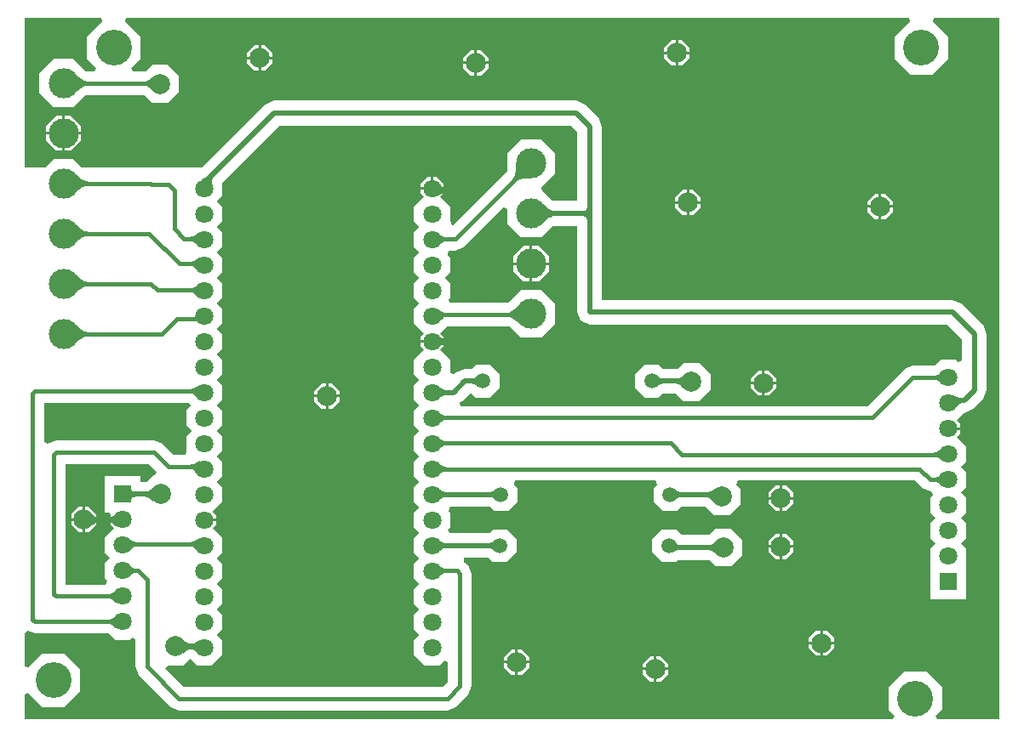
<source format=gbl>
G04*
G04 #@! TF.GenerationSoftware,Altium Limited,Altium Designer,25.3.3 (18)*
G04*
G04 Layer_Physical_Order=2*
G04 Layer_Color=16711680*
%FSLAX44Y44*%
%MOMM*%
G71*
G04*
G04 #@! TF.SameCoordinates,66C2ACA9-6224-4F19-AAD4-62AA9E2CECE1*
G04*
G04*
G04 #@! TF.FilePolarity,Positive*
G04*
G01*
G75*
%ADD18C,0.5080*%
%ADD19C,0.3810*%
%ADD20C,1.8000*%
%ADD21C,1.5000*%
%ADD22C,3.5560*%
%ADD23R,1.8000X1.8000*%
%ADD24C,2.0000*%
%ADD25C,3.0000*%
G36*
X981003Y10997D02*
X918692D01*
X917234Y14517D01*
X923670Y20953D01*
Y43047D01*
X908047Y58670D01*
X885953D01*
X870330Y43047D01*
Y20953D01*
X876766Y14517D01*
X875308Y10997D01*
X10997D01*
Y35898D01*
X14807Y37476D01*
X28953Y23330D01*
X51047D01*
X66670Y38953D01*
Y61047D01*
X51047Y76670D01*
X28953D01*
X14807Y62524D01*
X10997Y64102D01*
Y97072D01*
X14807Y99317D01*
X21232Y96656D01*
X94884D01*
X101090Y90450D01*
X115910D01*
X117796Y92335D01*
X121316Y90877D01*
Y63520D01*
X124738Y55258D01*
X156508Y23488D01*
X164770Y20066D01*
X431750D01*
X440012Y23488D01*
X452262Y35738D01*
X455684Y44000D01*
Y156140D01*
X452262Y164402D01*
X449262Y167402D01*
X447775Y168018D01*
X448532Y171828D01*
X472993D01*
X477211Y167610D01*
X490789D01*
X500390Y177211D01*
Y190789D01*
X490789Y200390D01*
X477211D01*
X473393Y196572D01*
X433960D01*
X432382Y200382D01*
X434390Y202390D01*
Y217210D01*
X432682Y218918D01*
X434260Y222728D01*
X474093D01*
X478211Y218610D01*
X491789D01*
X501390Y228211D01*
Y241789D01*
X497783Y245396D01*
X499241Y248916D01*
X638759D01*
X640217Y245396D01*
X636610Y241789D01*
Y228211D01*
X646211Y218610D01*
X659789D01*
X663807Y222628D01*
X688407D01*
X696675Y214360D01*
X712325D01*
X723390Y225425D01*
Y241075D01*
X719069Y245396D01*
X720527Y248916D01*
X896690D01*
X903867Y241738D01*
X912130Y238316D01*
X913027D01*
X914605Y234506D01*
X912110Y232010D01*
Y217190D01*
X917400Y211900D01*
X912110Y206610D01*
Y191790D01*
X917400Y186500D01*
X912110Y181210D01*
Y170100D01*
X912110Y166390D01*
X912110Y166290D01*
X912110Y166290D01*
Y130510D01*
X947890D01*
Y166290D01*
X947890Y166290D01*
X947890Y166390D01*
X947890Y170100D01*
Y181210D01*
X942600Y186500D01*
X947890Y191790D01*
Y206610D01*
X942600Y211900D01*
X947890Y217190D01*
Y232010D01*
X942600Y237300D01*
X947890Y242590D01*
Y257410D01*
X942600Y262700D01*
X947890Y267990D01*
Y282810D01*
X938110Y292590D01*
X941540Y296020D01*
Y299530D01*
X930000D01*
Y302070D01*
X941540D01*
Y305580D01*
X938110Y309010D01*
X945401Y316300D01*
X945696D01*
X954445Y319924D01*
X964748Y330228D01*
X968372Y338976D01*
Y395000D01*
X968372Y395000D01*
X964748Y403748D01*
X942998Y425498D01*
X934250Y429122D01*
X585692D01*
Y515000D01*
Y601680D01*
X585692Y601680D01*
X582068Y610428D01*
X568748Y623748D01*
X560000Y627372D01*
X259560D01*
X259560Y627372D01*
X250812Y623748D01*
X187452Y560388D01*
X183642Y561090D01*
Y561090D01*
X67696D01*
X59896Y568890D01*
X40104D01*
X32304Y561090D01*
X10997D01*
Y710003D01*
X87801D01*
X88476Y706193D01*
X73330Y691047D01*
Y668953D01*
X82578Y659704D01*
X81121Y656184D01*
X72601D01*
X59896Y668890D01*
X40104D01*
X26110Y654895D01*
Y635104D01*
X40104Y621110D01*
X59896D01*
X71601Y632816D01*
X130470D01*
X138175Y625110D01*
X153825D01*
X164890Y636175D01*
Y651824D01*
X153825Y662890D01*
X138175D01*
X131470Y656184D01*
X118879D01*
X117422Y659704D01*
X126670Y668953D01*
Y691047D01*
X111524Y706193D01*
X112199Y710003D01*
X890801D01*
X891476Y706193D01*
X876330Y691047D01*
Y668953D01*
X891953Y653330D01*
X914047D01*
X929670Y668953D01*
Y691047D01*
X914524Y706193D01*
X915199Y710003D01*
X981003D01*
X981003Y10997D01*
D02*
G37*
G36*
X138518Y637366D02*
X137599Y638359D01*
X135813Y640033D01*
X134945Y640713D01*
X134095Y641288D01*
X133261Y641758D01*
X132445Y642124D01*
X131646Y642386D01*
X130864Y642543D01*
X130099Y642595D01*
X130294Y646405D01*
X131025Y646454D01*
X131792Y646603D01*
X132595Y646850D01*
X133434Y647196D01*
X134309Y647641D01*
X135219Y648185D01*
X136165Y648827D01*
X138164Y650409D01*
X139218Y651348D01*
X138518Y637366D01*
D02*
G37*
G36*
X62626Y653478D02*
X65578Y650684D01*
X66960Y649548D01*
X68279Y648588D01*
X69535Y647802D01*
X70729Y647191D01*
X71860Y646754D01*
X72928Y646492D01*
X73934Y646405D01*
X73806Y642595D01*
X72843Y642511D01*
X71796Y642257D01*
X70664Y641835D01*
X69446Y641244D01*
X68144Y640483D01*
X66756Y639554D01*
X63726Y637189D01*
X62084Y635754D01*
X60356Y634149D01*
X61056Y655137D01*
X62626Y653478D01*
D02*
G37*
G36*
X514850Y550001D02*
X512530Y549990D01*
X506611Y549541D01*
X504986Y549253D01*
X503534Y548895D01*
X502256Y548467D01*
X501151Y547971D01*
X500220Y547404D01*
X499462Y546768D01*
X496768Y549462D01*
X497404Y550220D01*
X497971Y551151D01*
X498467Y552255D01*
X498895Y553534D01*
X499253Y554986D01*
X499541Y556611D01*
X499760Y558410D01*
X499990Y562530D01*
X500001Y564850D01*
X514850Y550001D01*
D02*
G37*
G36*
X199191Y551039D02*
X198629Y550417D01*
X198168Y549776D01*
X197808Y549114D01*
X197548Y548433D01*
X197388Y547732D01*
X197329Y547011D01*
X197370Y546270D01*
X197512Y545509D01*
X197755Y544728D01*
X198098Y543928D01*
X186353Y548228D01*
X187346Y548681D01*
X190765Y550507D01*
X191480Y550967D01*
X192744Y551890D01*
X193293Y552354D01*
X193786Y552818D01*
X199191Y551039D01*
D02*
G37*
G36*
X62360Y553867D02*
X66863Y549999D01*
X68216Y549054D01*
X69496Y548280D01*
X70702Y547679D01*
X71835Y547249D01*
X72893Y546991D01*
X73878Y546905D01*
Y543095D01*
X72893Y543009D01*
X71835Y542751D01*
X70702Y542321D01*
X69496Y541720D01*
X68216Y540946D01*
X66863Y540001D01*
X65436Y538884D01*
X62360Y536133D01*
X60712Y534500D01*
Y555500D01*
X62360Y553867D01*
D02*
G37*
G36*
X560948Y596555D02*
Y527372D01*
X536414D01*
X526020Y537766D01*
X525269Y540000D01*
X526020Y542234D01*
X538890Y555104D01*
Y574896D01*
X524896Y588890D01*
X505104D01*
X491110Y574896D01*
Y557634D01*
X436789Y503313D01*
X436049Y503460D01*
X434390Y507190D01*
Y522010D01*
X424610Y531790D01*
X428040Y535220D01*
Y535430D01*
X427842Y535382D01*
X427060Y535138D01*
X426213Y534825D01*
X424327Y533989D01*
X422183Y532876D01*
X421015Y532214D01*
X422817Y538730D01*
X404960D01*
Y535220D01*
X408390Y531790D01*
X398610Y522010D01*
Y507190D01*
X403900Y501900D01*
X398610Y496610D01*
Y481790D01*
X403900Y476500D01*
X398610Y471210D01*
Y456390D01*
X403900Y451100D01*
X398610Y445810D01*
Y430990D01*
X403900Y425700D01*
X398610Y420410D01*
Y405590D01*
X408390Y395810D01*
X404960Y392380D01*
Y388870D01*
X422908D01*
X422828Y393999D01*
X423699Y393172D01*
X425383Y391779D01*
X426196Y391213D01*
X426989Y390733D01*
X427763Y390342D01*
X428040Y390230D01*
Y392380D01*
X424610Y395810D01*
X431186Y402386D01*
X493829D01*
X505104Y391110D01*
X524896D01*
X538890Y405104D01*
Y424896D01*
X524896Y438890D01*
X505104D01*
X491969Y425754D01*
X434133D01*
X432675Y429274D01*
X434390Y430990D01*
Y445810D01*
X429100Y451100D01*
X434390Y456390D01*
Y471210D01*
X431755Y473846D01*
X433333Y477656D01*
X439340D01*
X447602Y481078D01*
X487590Y521066D01*
X491110Y519608D01*
Y505104D01*
X505104Y491110D01*
X524896D01*
X536414Y502628D01*
X560948D01*
Y416750D01*
X564572Y408002D01*
X573320Y404378D01*
X929125D01*
X943628Y389875D01*
Y368250D01*
X940108Y366792D01*
X937410Y369490D01*
X922590D01*
X916384Y363284D01*
X894600D01*
X886338Y359862D01*
X849700Y323224D01*
X444850D01*
X444092Y327034D01*
X446548Y328052D01*
X454124Y335628D01*
X456193D01*
X460211Y331610D01*
X473789D01*
X483390Y341211D01*
Y354789D01*
X473789Y364390D01*
X460211D01*
X456193Y360372D01*
X449000D01*
X440252Y356748D01*
X438134Y354630D01*
X434390Y356274D01*
Y369610D01*
X424610Y379390D01*
X428040Y382820D01*
Y385217D01*
X427819Y385126D01*
X427056Y384726D01*
X426279Y384239D01*
X425487Y383662D01*
X424681Y382997D01*
X423860Y382243D01*
X423024Y381401D01*
X422948Y386330D01*
X404960D01*
Y382820D01*
X408390Y379390D01*
X398610Y369610D01*
Y354790D01*
X403900Y349500D01*
X398610Y344210D01*
Y329390D01*
X403900Y324100D01*
X398610Y318810D01*
Y303990D01*
X403900Y298700D01*
X398610Y293410D01*
Y278590D01*
X403900Y273300D01*
X398610Y268010D01*
Y253190D01*
X403900Y247900D01*
X398610Y242610D01*
Y227790D01*
X403900Y222500D01*
X398610Y217210D01*
Y202390D01*
X403900Y197100D01*
X398610Y191810D01*
Y176990D01*
X403900Y171700D01*
X398610Y166410D01*
Y151590D01*
X403900Y146300D01*
X398610Y141010D01*
Y126190D01*
X403900Y120900D01*
X398610Y115610D01*
Y100790D01*
X403900Y95500D01*
X398610Y90210D01*
Y75390D01*
X409090Y64910D01*
X423910D01*
X428796Y69795D01*
X432316Y68337D01*
Y48840D01*
X426910Y43434D01*
X169610D01*
X150835Y62210D01*
X153503Y64930D01*
X169114D01*
X175633Y71448D01*
X176052D01*
X182590Y64910D01*
X197410D01*
X207890Y75390D01*
Y90210D01*
X202600Y95500D01*
X207890Y100790D01*
Y115610D01*
X202600Y120900D01*
X207890Y126190D01*
Y141010D01*
X202600Y146300D01*
X207890Y151590D01*
Y166410D01*
X202600Y171700D01*
X207890Y176990D01*
Y191810D01*
X198110Y201590D01*
X201540Y205020D01*
Y208530D01*
X190000D01*
Y211070D01*
X201540D01*
Y214580D01*
X198110Y218010D01*
X207890Y227790D01*
Y242610D01*
X202600Y247900D01*
X207890Y253190D01*
Y268010D01*
X202600Y273300D01*
X207890Y278590D01*
Y293410D01*
X202600Y298700D01*
X207890Y303990D01*
Y318810D01*
X202600Y324100D01*
X207890Y329390D01*
Y344210D01*
X202600Y349500D01*
X207890Y354790D01*
Y369610D01*
X202600Y374900D01*
X207890Y380190D01*
Y395010D01*
X202600Y400300D01*
X207890Y405590D01*
Y420410D01*
X202600Y425700D01*
X207890Y430990D01*
Y445810D01*
X202600Y451100D01*
X207890Y456390D01*
Y471210D01*
X202600Y476500D01*
X207890Y481790D01*
Y496610D01*
X202600Y501900D01*
X207890Y507190D01*
Y522010D01*
X202600Y527300D01*
X207890Y532590D01*
Y545834D01*
X264685Y602628D01*
X554875D01*
X560948Y596555D01*
D02*
G37*
G36*
X575860Y515000D02*
X570780Y507380D01*
Y507380D01*
X570780Y507380D01*
X570729Y508345D01*
X570577Y509209D01*
X570323Y509971D01*
X569967Y510631D01*
X569510Y511190D01*
X568951Y511647D01*
X568291Y512003D01*
X567529Y512257D01*
X566665Y512409D01*
X565700Y512460D01*
Y517540D01*
X565700D01*
Y517540D01*
X566665Y517591D01*
X567529Y517743D01*
X568291Y517997D01*
X568951Y518353D01*
X569510Y518810D01*
X569967Y519369D01*
X570323Y520029D01*
X570577Y520791D01*
X570729Y521655D01*
X570780Y522620D01*
X570780Y522620D01*
Y522620D01*
X575860Y515000D01*
D02*
G37*
G36*
X527247Y523988D02*
X530166Y521440D01*
X531549Y520406D01*
X532881Y519530D01*
X534163Y518814D01*
X535394Y518256D01*
X536575Y517858D01*
X537704Y517620D01*
X538783Y517540D01*
Y512460D01*
X537704Y512380D01*
X536575Y512142D01*
X535394Y511744D01*
X534163Y511186D01*
X532881Y510470D01*
X531549Y509594D01*
X530166Y508560D01*
X527247Y506012D01*
X525712Y504500D01*
Y525500D01*
X527247Y523988D01*
D02*
G37*
G36*
X62360Y503867D02*
X66863Y499999D01*
X68216Y499054D01*
X69496Y498280D01*
X70702Y497679D01*
X71835Y497249D01*
X72893Y496991D01*
X73878Y496905D01*
Y493095D01*
X72893Y493009D01*
X71835Y492751D01*
X70702Y492321D01*
X69496Y491720D01*
X68216Y490946D01*
X66863Y490001D01*
X65436Y488884D01*
X62360Y486133D01*
X60712Y484500D01*
Y505500D01*
X62360Y503867D01*
D02*
G37*
G36*
X183038Y483496D02*
X182286Y484370D01*
X181538Y485152D01*
X180792Y485842D01*
X180051Y486440D01*
X179312Y486945D01*
X178577Y487359D01*
X177844Y487681D01*
X177116Y487911D01*
X176390Y488049D01*
X175668Y488095D01*
X176016Y491905D01*
X176689Y491946D01*
X177394Y492071D01*
X178130Y492278D01*
X178897Y492568D01*
X179696Y492940D01*
X180526Y493396D01*
X181387Y493934D01*
X183203Y495260D01*
X184158Y496046D01*
X183038Y483496D01*
D02*
G37*
G36*
X423699Y494772D02*
X425383Y493379D01*
X426196Y492812D01*
X426989Y492333D01*
X427763Y491942D01*
X428517Y491637D01*
X429253Y491419D01*
X429968Y491288D01*
X430665Y491245D01*
X430725Y487435D01*
X430020Y487391D01*
X429301Y487258D01*
X428567Y487036D01*
X427819Y486726D01*
X427056Y486326D01*
X426279Y485839D01*
X425487Y485262D01*
X424681Y484597D01*
X423860Y483843D01*
X423024Y483001D01*
X422828Y495599D01*
X423699Y494772D01*
D02*
G37*
G36*
X182790Y458413D02*
X182089Y459303D01*
X181384Y460099D01*
X180676Y460801D01*
X179965Y461410D01*
X179251Y461925D01*
X178533Y462346D01*
X177811Y462674D01*
X177087Y462908D01*
X176359Y463048D01*
X175628Y463095D01*
X176153Y466905D01*
X176809Y466945D01*
X177505Y467065D01*
X178240Y467265D01*
X179013Y467544D01*
X179825Y467904D01*
X180676Y468344D01*
X182496Y469462D01*
X183463Y470141D01*
X184470Y470901D01*
X182790Y458413D01*
D02*
G37*
G36*
X62360Y453867D02*
X66863Y449999D01*
X68216Y449054D01*
X69496Y448280D01*
X70702Y447679D01*
X71835Y447249D01*
X72893Y446991D01*
X73878Y446905D01*
Y443095D01*
X72893Y443009D01*
X71835Y442751D01*
X70702Y442321D01*
X69496Y441720D01*
X68216Y440946D01*
X66863Y440001D01*
X65436Y438884D01*
X62360Y436133D01*
X60712Y434500D01*
Y455500D01*
X62360Y453867D01*
D02*
G37*
G36*
X183475Y432201D02*
X182640Y433043D01*
X181013Y434462D01*
X180221Y435039D01*
X179444Y435526D01*
X178681Y435925D01*
X177933Y436236D01*
X177199Y436458D01*
X176479Y436591D01*
X175775Y436635D01*
X175835Y440445D01*
X176532Y440489D01*
X177248Y440619D01*
X177983Y440837D01*
X178737Y441142D01*
X179511Y441534D01*
X180304Y442012D01*
X181117Y442579D01*
X181949Y443232D01*
X183671Y444799D01*
X183475Y432201D01*
D02*
G37*
G36*
X423123Y419251D02*
X424993Y417957D01*
X425874Y417431D01*
X426718Y416986D01*
X427526Y416622D01*
X428298Y416339D01*
X429033Y416137D01*
X429732Y416015D01*
X430394Y415975D01*
X430861Y412165D01*
X430133Y412118D01*
X429406Y411979D01*
X428680Y411746D01*
X427955Y411420D01*
X427231Y411001D01*
X426509Y410489D01*
X425787Y409883D01*
X425067Y409185D01*
X424348Y408394D01*
X423631Y407509D01*
X422133Y420019D01*
X423123Y419251D01*
D02*
G37*
G36*
X504959Y403856D02*
X503163Y405435D01*
X498343Y409174D01*
X496926Y410088D01*
X495605Y410836D01*
X494379Y411417D01*
X493247Y411833D01*
X492211Y412082D01*
X491270Y412165D01*
X491032Y415975D01*
X492053Y416063D01*
X493129Y416329D01*
X494258Y416771D01*
X495440Y417389D01*
X496676Y418185D01*
X497965Y419158D01*
X499308Y420307D01*
X502154Y423136D01*
X503657Y424816D01*
X504959Y403856D01*
D02*
G37*
G36*
X62360Y403867D02*
X66863Y399999D01*
X68216Y399054D01*
X69496Y398280D01*
X70702Y397679D01*
X71835Y397249D01*
X72893Y396991D01*
X73878Y396905D01*
Y393095D01*
X72893Y393009D01*
X71835Y392751D01*
X70702Y392322D01*
X69496Y391720D01*
X68216Y390946D01*
X66863Y390001D01*
X65436Y388884D01*
X62360Y386133D01*
X60712Y384500D01*
Y405500D01*
X62360Y403867D01*
D02*
G37*
G36*
X923573Y345300D02*
X922720Y346135D01*
X921064Y347542D01*
X920262Y348113D01*
X919476Y348596D01*
X918708Y348992D01*
X917957Y349300D01*
X917222Y349519D01*
X916505Y349651D01*
X915804Y349695D01*
Y353505D01*
X916505Y353549D01*
X917222Y353681D01*
X917957Y353901D01*
X918708Y354208D01*
X919476Y354604D01*
X920262Y355087D01*
X921064Y355658D01*
X921883Y356318D01*
X923573Y357900D01*
Y345300D01*
D02*
G37*
G36*
X461644Y342750D02*
X461104Y343265D01*
X460546Y343726D01*
X459970Y344132D01*
X459377Y344484D01*
X458766Y344782D01*
X458137Y345026D01*
X457490Y345216D01*
X456825Y345352D01*
X456143Y345433D01*
X455443Y345460D01*
Y350540D01*
X456143Y350567D01*
X456825Y350648D01*
X457490Y350784D01*
X458137Y350974D01*
X458766Y351217D01*
X459377Y351516D01*
X459970Y351868D01*
X460546Y352274D01*
X461104Y352735D01*
X461644Y353250D01*
Y342750D01*
D02*
G37*
G36*
X182665Y331585D02*
X181991Y332482D01*
X181309Y333284D01*
X180621Y333992D01*
X179926Y334606D01*
X179224Y335125D01*
X178516Y335550D01*
X177800Y335880D01*
X177078Y336116D01*
X176349Y336258D01*
X175614Y336305D01*
X176233Y340115D01*
X176880Y340154D01*
X177570Y340272D01*
X178303Y340467D01*
X179079Y340741D01*
X179898Y341093D01*
X180760Y341524D01*
X182614Y342620D01*
X183605Y343285D01*
X184639Y344029D01*
X182665Y331585D01*
D02*
G37*
G36*
X423667Y342386D02*
X424411Y341746D01*
X425160Y341182D01*
X425913Y340694D01*
X426672Y340280D01*
X427435Y339942D01*
X428203Y339678D01*
X428975Y339490D01*
X429752Y339378D01*
X430534Y339340D01*
Y334260D01*
X429752Y334222D01*
X428975Y334110D01*
X428203Y333922D01*
X427435Y333658D01*
X426672Y333320D01*
X425913Y332906D01*
X425160Y332418D01*
X424411Y331854D01*
X423667Y331214D01*
X422927Y330500D01*
Y343100D01*
X423667Y342386D01*
D02*
G37*
G36*
X935423Y333489D02*
X938170Y332224D01*
X939027Y331915D01*
X940654Y331465D01*
X941423Y331325D01*
X942164Y331240D01*
X942875Y331212D01*
X944400Y326132D01*
X943579Y326090D01*
X942797Y325963D01*
X942053Y325752D01*
X941347Y325456D01*
X940679Y325076D01*
X940049Y324611D01*
X939457Y324062D01*
X938904Y323429D01*
X938388Y322710D01*
X937911Y321908D01*
X934450Y334023D01*
X935423Y333489D01*
D02*
G37*
G36*
X423699Y316972D02*
X425383Y315579D01*
X426196Y315012D01*
X426989Y314534D01*
X427763Y314142D01*
X428517Y313837D01*
X429253Y313619D01*
X429968Y313489D01*
X430665Y313445D01*
X430725Y309635D01*
X430020Y309591D01*
X429301Y309458D01*
X428567Y309236D01*
X427819Y308925D01*
X427056Y308526D01*
X426279Y308039D01*
X425487Y307462D01*
X424681Y306797D01*
X423860Y306043D01*
X423024Y305201D01*
X422828Y317799D01*
X423699Y316972D01*
D02*
G37*
G36*
Y291572D02*
X425383Y290179D01*
X426196Y289613D01*
X426989Y289133D01*
X427763Y288742D01*
X428517Y288437D01*
X429253Y288219D01*
X429968Y288088D01*
X430665Y288045D01*
X430725Y284235D01*
X430020Y284191D01*
X429301Y284058D01*
X428567Y283836D01*
X427819Y283526D01*
X427056Y283126D01*
X426279Y282639D01*
X425487Y282062D01*
X424681Y281397D01*
X423860Y280643D01*
X423024Y279801D01*
X422828Y292399D01*
X423699Y291572D01*
D02*
G37*
G36*
X176751Y323452D02*
X172110Y318810D01*
Y303990D01*
X177400Y298700D01*
X172110Y293410D01*
Y278590D01*
X172495Y278204D01*
X171037Y274684D01*
X158840D01*
X148262Y285262D01*
X140000Y288684D01*
X42232D01*
X34494Y285480D01*
X32306Y286327D01*
X30684Y287365D01*
Y326526D01*
X174437D01*
X176751Y323452D01*
D02*
G37*
G36*
X923859Y268821D02*
X922955Y269633D01*
X921219Y271001D01*
X920387Y271556D01*
X919579Y272026D01*
X918796Y272411D01*
X918036Y272710D01*
X917300Y272924D01*
X916588Y273052D01*
X915900Y273095D01*
X915727Y276905D01*
X916439Y276950D01*
X917161Y277085D01*
X917893Y277310D01*
X918635Y277626D01*
X919387Y278031D01*
X920150Y278526D01*
X920922Y279111D01*
X921704Y279787D01*
X922497Y280553D01*
X923299Y281408D01*
X923859Y268821D01*
D02*
G37*
G36*
X182125Y256242D02*
X181577Y257164D01*
X181006Y257989D01*
X180411Y258717D01*
X179794Y259348D01*
X179155Y259882D01*
X178492Y260319D01*
X177807Y260658D01*
X177099Y260901D01*
X176367Y261047D01*
X175614Y261095D01*
X176696Y264905D01*
X177286Y264940D01*
X177939Y265044D01*
X178658Y265218D01*
X179440Y265462D01*
X180287Y265775D01*
X182173Y266611D01*
X184317Y267724D01*
X185485Y268386D01*
X182125Y256242D01*
D02*
G37*
G36*
X423780Y266065D02*
X425436Y264659D01*
X426238Y264087D01*
X427024Y263604D01*
X427792Y263208D01*
X428543Y262901D01*
X429278Y262681D01*
X429995Y262549D01*
X430696Y262505D01*
Y258695D01*
X429995Y258651D01*
X429278Y258519D01*
X428543Y258300D01*
X427792Y257992D01*
X427024Y257596D01*
X426238Y257113D01*
X425436Y256542D01*
X424617Y255882D01*
X422927Y254300D01*
Y266900D01*
X423780Y266065D01*
D02*
G37*
G36*
X142436Y258040D02*
X140858Y254230D01*
X138776D01*
X132257Y247712D01*
X126390D01*
Y253230D01*
X90610D01*
Y217450D01*
X95829D01*
X96960Y214720D01*
Y212473D01*
X97214Y212577D01*
X97984Y212972D01*
X98771Y213454D01*
X99575Y214024D01*
X100397Y214682D01*
X102094Y216261D01*
X102077Y211210D01*
X108500D01*
Y208670D01*
X102069D01*
X102052Y203661D01*
X101202Y204498D01*
X99553Y205907D01*
X98753Y206480D01*
X97969Y206964D01*
X97202Y207360D01*
X96960Y207460D01*
Y205160D01*
X100390Y201730D01*
X90610Y191950D01*
Y177130D01*
X95900Y171840D01*
X90610Y166550D01*
Y151730D01*
X93105Y149234D01*
X91527Y145424D01*
X51684D01*
Y265316D01*
X135160D01*
X142436Y258040D01*
D02*
G37*
G36*
X923573Y243700D02*
X922720Y244535D01*
X921064Y245942D01*
X920262Y246513D01*
X919476Y246996D01*
X918708Y247392D01*
X917957Y247700D01*
X917222Y247919D01*
X916505Y248051D01*
X915804Y248095D01*
Y251905D01*
X916505Y251949D01*
X917222Y252081D01*
X917957Y252301D01*
X918708Y252608D01*
X919476Y253004D01*
X920262Y253487D01*
X921064Y254058D01*
X921883Y254718D01*
X923573Y256300D01*
Y243700D01*
D02*
G37*
G36*
X117496Y239937D02*
X117653Y239506D01*
X117912Y239125D01*
X118271Y238794D01*
X118732Y238515D01*
X119293Y238286D01*
X119956Y238109D01*
X120719Y237982D01*
X121584Y237905D01*
X122549Y237880D01*
Y232800D01*
X121584Y232775D01*
X120719Y232698D01*
X119956Y232571D01*
X119293Y232394D01*
X118732Y232165D01*
X118271Y231886D01*
X117912Y231555D01*
X117653Y231174D01*
X117496Y230743D01*
X117439Y230260D01*
Y240420D01*
X117496Y239937D01*
D02*
G37*
G36*
X479574Y229822D02*
X479042Y230342D01*
X478492Y230808D01*
X477922Y231218D01*
X477333Y231574D01*
X476726Y231875D01*
X476100Y232122D01*
X475455Y232314D01*
X474792Y232451D01*
X474109Y232533D01*
X473408Y232560D01*
X473480Y237640D01*
X474179Y237667D01*
X474861Y237747D01*
X475526Y237881D01*
X476175Y238069D01*
X476806Y238310D01*
X477421Y238605D01*
X478020Y238954D01*
X478601Y239356D01*
X479166Y239812D01*
X479714Y240321D01*
X479574Y229822D01*
D02*
G37*
G36*
X658896Y239735D02*
X659454Y239274D01*
X660030Y238868D01*
X660623Y238516D01*
X661234Y238218D01*
X661863Y237974D01*
X662510Y237784D01*
X663175Y237648D01*
X663857Y237567D01*
X664557Y237540D01*
Y232460D01*
X663857Y232433D01*
X663175Y232352D01*
X662510Y232216D01*
X661863Y232026D01*
X661234Y231782D01*
X660623Y231484D01*
X660030Y231132D01*
X659454Y230726D01*
X658896Y230265D01*
X658356Y229750D01*
Y240250D01*
X658896Y239735D01*
D02*
G37*
G36*
X423726Y240709D02*
X424462Y240065D01*
X425203Y239496D01*
X425951Y239004D01*
X426704Y238587D01*
X427464Y238246D01*
X428229Y237981D01*
X429001Y237792D01*
X429779Y237678D01*
X430563Y237640D01*
X430504Y232560D01*
X429724Y232523D01*
X428948Y232411D01*
X428175Y232224D01*
X427405Y231963D01*
X426638Y231627D01*
X425875Y231217D01*
X425116Y230732D01*
X424359Y230172D01*
X423606Y229538D01*
X422857Y228829D01*
X422997Y241428D01*
X423726Y240709D01*
D02*
G37*
G36*
X139459Y228340D02*
X138586Y229187D01*
X137718Y229946D01*
X136855Y230615D01*
X135995Y231194D01*
X135140Y231685D01*
X134289Y232086D01*
X133442Y232399D01*
X132600Y232622D01*
X131762Y232755D01*
X130928Y232800D01*
Y237880D01*
X131762Y237925D01*
X132600Y238058D01*
X133442Y238281D01*
X134289Y238594D01*
X135140Y238995D01*
X135995Y239486D01*
X136855Y240065D01*
X137718Y240734D01*
X138586Y241493D01*
X139459Y242340D01*
Y228340D01*
D02*
G37*
G36*
X696244Y227608D02*
X695570Y228530D01*
X694874Y229355D01*
X694157Y230082D01*
X693418Y230713D01*
X692658Y231247D01*
X691876Y231684D01*
X691072Y232023D01*
X690247Y232266D01*
X689400Y232411D01*
X688531Y232460D01*
X689467Y237540D01*
X690248Y237579D01*
X691060Y237694D01*
X691904Y237887D01*
X692780Y238156D01*
X693687Y238503D01*
X694625Y238927D01*
X695595Y239427D01*
X697629Y240660D01*
X698694Y241392D01*
X696244Y227608D01*
D02*
G37*
G36*
X114990Y190930D02*
X117796Y189144D01*
X118651Y188707D01*
X119465Y188350D01*
X120240Y188072D01*
X120974Y187874D01*
X121668Y187755D01*
X122321Y187715D01*
X122878Y183905D01*
X122145Y183858D01*
X121417Y183717D01*
X120693Y183482D01*
X119973Y183154D01*
X119259Y182731D01*
X118548Y182215D01*
X117843Y181604D01*
X117141Y180900D01*
X116444Y180102D01*
X115752Y179210D01*
X113974Y191684D01*
X114990Y190930D01*
D02*
G37*
G36*
X182665Y179185D02*
X181991Y180082D01*
X181309Y180884D01*
X180621Y181592D01*
X179926Y182206D01*
X179224Y182725D01*
X178516Y183150D01*
X177800Y183480D01*
X177078Y183716D01*
X176349Y183858D01*
X175614Y183905D01*
X176233Y187715D01*
X176880Y187754D01*
X177570Y187872D01*
X178303Y188067D01*
X179079Y188341D01*
X179898Y188694D01*
X180760Y189124D01*
X182614Y190220D01*
X183605Y190885D01*
X184639Y191629D01*
X182665Y179185D01*
D02*
G37*
G36*
X478506Y178895D02*
X477982Y179420D01*
X477438Y179890D01*
X476875Y180305D01*
X476291Y180665D01*
X475688Y180969D01*
X475065Y181218D01*
X474422Y181411D01*
X473759Y181549D01*
X473077Y181632D01*
X472374Y181660D01*
X472518Y186740D01*
X473216Y186766D01*
X473898Y186846D01*
X474564Y186979D01*
X475214Y187164D01*
X475849Y187403D01*
X476467Y187694D01*
X477071Y188039D01*
X477658Y188437D01*
X478230Y188887D01*
X478786Y189391D01*
X478506Y178895D01*
D02*
G37*
G36*
X423785Y189831D02*
X424511Y189182D01*
X425245Y188610D01*
X425987Y188114D01*
X426735Y187694D01*
X427492Y187351D01*
X428255Y187083D01*
X429026Y186893D01*
X429805Y186778D01*
X430591Y186740D01*
X430473Y181660D01*
X429695Y181623D01*
X428919Y181512D01*
X428145Y181327D01*
X427374Y181068D01*
X426604Y180735D01*
X425836Y180328D01*
X425070Y179846D01*
X424307Y179291D01*
X423545Y178662D01*
X422786Y177959D01*
X423066Y190556D01*
X423785Y189831D01*
D02*
G37*
G36*
X115780Y164605D02*
X117436Y163199D01*
X118238Y162627D01*
X119024Y162144D01*
X119792Y161748D01*
X120543Y161441D01*
X121278Y161221D01*
X121995Y161089D01*
X122696Y161045D01*
Y157235D01*
X121995Y157191D01*
X121278Y157059D01*
X120543Y156839D01*
X119792Y156532D01*
X119024Y156136D01*
X118238Y155653D01*
X117436Y155082D01*
X116617Y154422D01*
X114927Y152840D01*
Y165440D01*
X115780Y164605D01*
D02*
G37*
G36*
X423699Y164572D02*
X425383Y163179D01*
X426196Y162612D01*
X426989Y162134D01*
X427763Y161742D01*
X428517Y161437D01*
X429253Y161219D01*
X429968Y161089D01*
X430665Y161045D01*
X430725Y157235D01*
X430020Y157191D01*
X429301Y157058D01*
X428567Y156836D01*
X427819Y156525D01*
X427056Y156126D01*
X426279Y155639D01*
X425487Y155062D01*
X424681Y154397D01*
X423860Y153643D01*
X423024Y152801D01*
X422828Y165399D01*
X423699Y164572D01*
D02*
G37*
G36*
X102073Y127440D02*
X101220Y128275D01*
X99564Y129682D01*
X98762Y130253D01*
X97977Y130736D01*
X97208Y131132D01*
X96457Y131439D01*
X95722Y131659D01*
X95005Y131791D01*
X94304Y131835D01*
Y135645D01*
X95005Y135689D01*
X95722Y135821D01*
X96457Y136040D01*
X97208Y136348D01*
X97977Y136744D01*
X98762Y137227D01*
X99564Y137799D01*
X100383Y138458D01*
X102073Y140040D01*
Y127440D01*
D02*
G37*
G36*
Y102040D02*
X101220Y102875D01*
X99564Y104282D01*
X98762Y104853D01*
X97977Y105336D01*
X97208Y105732D01*
X96457Y106039D01*
X95722Y106259D01*
X95005Y106391D01*
X94304Y106435D01*
Y110245D01*
X95005Y110289D01*
X95722Y110421D01*
X96457Y110640D01*
X97208Y110948D01*
X97977Y111344D01*
X98762Y111827D01*
X99564Y112399D01*
X100383Y113058D01*
X102073Y114640D01*
Y102040D01*
D02*
G37*
G36*
X169304Y89973D02*
X170172Y89214D01*
X171035Y88545D01*
X171895Y87966D01*
X172750Y87475D01*
X173601Y87074D01*
X174447Y86761D01*
X175290Y86538D01*
X176128Y86405D01*
X176674Y86375D01*
X177093Y86394D01*
X177861Y86497D01*
X178637Y86669D01*
X179423Y86909D01*
X180218Y87217D01*
X181022Y87594D01*
X181835Y88040D01*
X182657Y88554D01*
X183488Y89137D01*
X184328Y89788D01*
X182900Y77269D01*
X182266Y78031D01*
X181613Y78713D01*
X180942Y79315D01*
X180253Y79836D01*
X179545Y80277D01*
X178819Y80638D01*
X178074Y80919D01*
X177311Y81120D01*
X176529Y81240D01*
X176366Y81248D01*
X176128Y81235D01*
X175290Y81102D01*
X174447Y80879D01*
X173601Y80566D01*
X172750Y80165D01*
X171895Y79674D01*
X171035Y79095D01*
X170172Y78426D01*
X169304Y77667D01*
X168431Y76820D01*
Y90820D01*
X169304Y89973D01*
D02*
G37*
%LPC*%
G36*
X665194Y687540D02*
X661270D01*
Y676270D01*
X672540D01*
Y680194D01*
X665194Y687540D01*
D02*
G37*
G36*
X658730D02*
X654806D01*
X647460Y680194D01*
Y676270D01*
X658730D01*
Y687540D01*
D02*
G37*
G36*
X250194Y682540D02*
X246270D01*
Y671270D01*
X257540D01*
Y675194D01*
X250194Y682540D01*
D02*
G37*
G36*
X243730D02*
X239806D01*
X232460Y675194D01*
Y671270D01*
X243730D01*
Y682540D01*
D02*
G37*
G36*
X465194Y677540D02*
X461270D01*
Y666270D01*
X472540D01*
Y670194D01*
X465194Y677540D01*
D02*
G37*
G36*
X458730D02*
X454806D01*
X447460Y670194D01*
Y666270D01*
X458730D01*
Y677540D01*
D02*
G37*
G36*
X672540Y673730D02*
X661270D01*
Y662460D01*
X665194D01*
X672540Y669806D01*
Y673730D01*
D02*
G37*
G36*
X658730D02*
X647460D01*
Y669806D01*
X654806Y662460D01*
X658730D01*
Y673730D01*
D02*
G37*
G36*
X257540Y668730D02*
X246270D01*
Y657460D01*
X250194D01*
X257540Y664806D01*
Y668730D01*
D02*
G37*
G36*
X243730D02*
X232460D01*
Y664806D01*
X239806Y657460D01*
X243730D01*
Y668730D01*
D02*
G37*
G36*
X472540Y663730D02*
X461270D01*
Y652460D01*
X465194D01*
X472540Y659806D01*
Y663730D01*
D02*
G37*
G36*
X458730D02*
X447460D01*
Y659806D01*
X454806Y652460D01*
X458730D01*
Y663730D01*
D02*
G37*
G36*
X57265Y612540D02*
X51270D01*
Y596270D01*
X67540D01*
Y602265D01*
X57265Y612540D01*
D02*
G37*
G36*
X48730D02*
X42735D01*
X32460Y602265D01*
Y596270D01*
X48730D01*
Y612540D01*
D02*
G37*
G36*
X67540Y593730D02*
X51270D01*
Y577460D01*
X57265D01*
X67540Y587735D01*
Y593730D01*
D02*
G37*
G36*
X48730D02*
X32460D01*
Y587735D01*
X42735Y577460D01*
X48730D01*
Y593730D01*
D02*
G37*
G36*
X676194Y538540D02*
X672270D01*
Y527270D01*
X683540D01*
Y531194D01*
X676194Y538540D01*
D02*
G37*
G36*
X669730D02*
X665806D01*
X658460Y531194D01*
Y527270D01*
X669730D01*
Y538540D01*
D02*
G37*
G36*
X867194Y534540D02*
X863270D01*
Y523270D01*
X874540D01*
Y527194D01*
X867194Y534540D01*
D02*
G37*
G36*
X860730D02*
X856806D01*
X849460Y527194D01*
Y523270D01*
X860730D01*
Y534540D01*
D02*
G37*
G36*
X683540Y524730D02*
X672270D01*
Y513460D01*
X676194D01*
X683540Y520806D01*
Y524730D01*
D02*
G37*
G36*
X669730D02*
X658460D01*
Y520806D01*
X665806Y513460D01*
X669730D01*
Y524730D01*
D02*
G37*
G36*
X874540Y520730D02*
X863270D01*
Y509460D01*
X867194D01*
X874540Y516806D01*
Y520730D01*
D02*
G37*
G36*
X860730D02*
X849460D01*
Y516806D01*
X856806Y509460D01*
X860730D01*
Y520730D01*
D02*
G37*
G36*
X768694Y243790D02*
X764770D01*
Y232520D01*
X776040D01*
Y236444D01*
X768694Y243790D01*
D02*
G37*
G36*
X762230D02*
X758306D01*
X750960Y236444D01*
Y232520D01*
X762230D01*
Y243790D01*
D02*
G37*
G36*
X776040Y229980D02*
X764770D01*
Y218710D01*
X768694D01*
X776040Y226056D01*
Y229980D01*
D02*
G37*
G36*
X762230D02*
X750960D01*
Y226056D01*
X758306Y218710D01*
X762230D01*
Y229980D01*
D02*
G37*
G36*
X714324Y201140D02*
X698676D01*
X692157Y194622D01*
X664557D01*
X658789Y200390D01*
X645211D01*
X635610Y190789D01*
Y177211D01*
X645211Y167610D01*
X658789D01*
X661057Y169878D01*
X692157D01*
X698676Y163360D01*
X714324D01*
X725390Y174426D01*
Y190075D01*
X714324Y201140D01*
D02*
G37*
G36*
X768694Y195790D02*
X764770D01*
Y184520D01*
X776040D01*
Y188444D01*
X768694Y195790D01*
D02*
G37*
G36*
X762230D02*
X758306D01*
X750960Y188444D01*
Y184520D01*
X762230D01*
Y195790D01*
D02*
G37*
G36*
X776040Y181980D02*
X764770D01*
Y170710D01*
X768694D01*
X776040Y178056D01*
Y181980D01*
D02*
G37*
G36*
X762230D02*
X750960D01*
Y178056D01*
X758306Y170710D01*
X762230D01*
Y181980D01*
D02*
G37*
G36*
X809194Y99540D02*
X805270D01*
Y88270D01*
X816540D01*
Y92194D01*
X809194Y99540D01*
D02*
G37*
G36*
X802730D02*
X798806D01*
X791460Y92194D01*
Y88270D01*
X802730D01*
Y99540D01*
D02*
G37*
G36*
X816540Y85730D02*
X805270D01*
Y74460D01*
X809194D01*
X816540Y81806D01*
Y85730D01*
D02*
G37*
G36*
X802730D02*
X791460D01*
Y81806D01*
X798806Y74460D01*
X802730D01*
Y85730D01*
D02*
G37*
G36*
X505694Y80790D02*
X501770D01*
Y69520D01*
X513040D01*
Y73444D01*
X505694Y80790D01*
D02*
G37*
G36*
X499230D02*
X495306D01*
X487960Y73444D01*
Y69520D01*
X499230D01*
Y80790D01*
D02*
G37*
G36*
X643694Y73790D02*
X639770D01*
Y62520D01*
X651040D01*
Y66444D01*
X643694Y73790D01*
D02*
G37*
G36*
X637230D02*
X633306D01*
X625960Y66444D01*
Y62520D01*
X637230D01*
Y73790D01*
D02*
G37*
G36*
X513040Y66980D02*
X501770D01*
Y55710D01*
X505694D01*
X513040Y63056D01*
Y66980D01*
D02*
G37*
G36*
X499230D02*
X487960D01*
Y63056D01*
X495306Y55710D01*
X499230D01*
Y66980D01*
D02*
G37*
G36*
X651040Y59980D02*
X639770D01*
Y48710D01*
X643694D01*
X651040Y56056D01*
Y59980D01*
D02*
G37*
G36*
X637230D02*
X625960D01*
Y56056D01*
X633306Y48710D01*
X637230D01*
Y59980D01*
D02*
G37*
%LPD*%
G36*
X658819Y187273D02*
X659242Y186752D01*
X659702Y186292D01*
X660199Y185893D01*
X660733Y185556D01*
X661304Y185280D01*
X661912Y185066D01*
X662557Y184913D01*
X663239Y184821D01*
X663958Y184790D01*
X662652Y179710D01*
X661978Y179689D01*
X661305Y179627D01*
X660634Y179524D01*
X659965Y179380D01*
X659297Y179194D01*
X658631Y178967D01*
X657967Y178698D01*
X657304Y178389D01*
X655983Y177645D01*
X658433Y187855D01*
X658819Y187273D01*
D02*
G37*
G36*
X699359Y175250D02*
X698486Y176097D01*
X697618Y176856D01*
X696755Y177525D01*
X695895Y178104D01*
X695040Y178595D01*
X694189Y178996D01*
X693343Y179309D01*
X692500Y179532D01*
X691662Y179665D01*
X690828Y179710D01*
Y184790D01*
X691662Y184835D01*
X692500Y184968D01*
X693343Y185191D01*
X694189Y185504D01*
X695040Y185905D01*
X695895Y186396D01*
X696755Y186975D01*
X697618Y187644D01*
X698486Y188403D01*
X699359Y189250D01*
Y175250D01*
D02*
G37*
%LPC*%
G36*
X421280Y551540D02*
X417770D01*
Y541270D01*
X423520D01*
X424375Y544358D01*
X424923Y543436D01*
X425494Y542611D01*
X426089Y541883D01*
X426688Y541270D01*
X428040D01*
Y544780D01*
X421280Y551540D01*
D02*
G37*
G36*
X415230D02*
X411720D01*
X404960Y544780D01*
Y541270D01*
X415230D01*
Y551540D01*
D02*
G37*
G36*
X522265Y482540D02*
X516270D01*
Y466270D01*
X532540D01*
Y472265D01*
X522265Y482540D01*
D02*
G37*
G36*
X513730D02*
X507735D01*
X497460Y472265D01*
Y466270D01*
X513730D01*
Y482540D01*
D02*
G37*
G36*
X532540Y463730D02*
X516270D01*
Y447460D01*
X522265D01*
X532540Y457735D01*
Y463730D01*
D02*
G37*
G36*
X513730D02*
X497460D01*
Y457735D01*
X507735Y447460D01*
X513730D01*
Y463730D01*
D02*
G37*
G36*
X682325Y366140D02*
X666675D01*
X660907Y360372D01*
X645807D01*
X641789Y364390D01*
X628211D01*
X618610Y354789D01*
Y341211D01*
X628211Y331610D01*
X641789D01*
X645807Y335628D01*
X659407D01*
X666675Y328360D01*
X682325D01*
X693390Y339426D01*
Y355075D01*
X682325Y366140D01*
D02*
G37*
G36*
X751194Y358540D02*
X747270D01*
Y347270D01*
X758540D01*
Y351194D01*
X751194Y358540D01*
D02*
G37*
G36*
X744730D02*
X740806D01*
X733460Y351194D01*
Y347270D01*
X744730D01*
Y358540D01*
D02*
G37*
G36*
X317194Y345790D02*
X313270D01*
Y334520D01*
X324540D01*
Y338444D01*
X317194Y345790D01*
D02*
G37*
G36*
X310730D02*
X306806D01*
X299460Y338444D01*
Y334520D01*
X310730D01*
Y345790D01*
D02*
G37*
G36*
X758540Y344730D02*
X747270D01*
Y333460D01*
X751194D01*
X758540Y340806D01*
Y344730D01*
D02*
G37*
G36*
X744730D02*
X733460D01*
Y340806D01*
X740806Y333460D01*
X744730D01*
Y344730D01*
D02*
G37*
G36*
X324540Y331980D02*
X313270D01*
Y320710D01*
X317194D01*
X324540Y328056D01*
Y331980D01*
D02*
G37*
G36*
X310730D02*
X299460D01*
Y328056D01*
X306806Y320710D01*
X310730D01*
Y331980D01*
D02*
G37*
%LPD*%
G36*
X640896Y352735D02*
X641454Y352274D01*
X642030Y351868D01*
X642623Y351516D01*
X643234Y351217D01*
X643863Y350974D01*
X644510Y350784D01*
X645175Y350648D01*
X645857Y350567D01*
X646557Y350540D01*
Y345460D01*
X645857Y345433D01*
X645175Y345352D01*
X644510Y345216D01*
X643863Y345026D01*
X643234Y344782D01*
X642623Y344484D01*
X642030Y344132D01*
X641454Y343726D01*
X640896Y343265D01*
X640356Y342750D01*
Y353250D01*
X640896Y352735D01*
D02*
G37*
G36*
X666854Y340805D02*
X666066Y341690D01*
X665271Y342481D01*
X664469Y343179D01*
X663660Y343784D01*
X662844Y344296D01*
X662021Y344715D01*
X661192Y345041D01*
X660355Y345274D01*
X659512Y345413D01*
X658661Y345460D01*
X659057Y350540D01*
X659871Y350582D01*
X660701Y350709D01*
X661546Y350920D01*
X662408Y351216D01*
X663284Y351596D01*
X664177Y352061D01*
X665085Y352611D01*
X666009Y353245D01*
X667904Y354766D01*
X666854Y340805D01*
D02*
G37*
%LPC*%
G36*
X75194Y222540D02*
X71270D01*
Y211270D01*
X77145D01*
X77162Y216979D01*
X78144Y216009D01*
X80030Y214376D01*
X80935Y213712D01*
X81814Y213151D01*
X82540Y212760D01*
Y215194D01*
X75194Y222540D01*
D02*
G37*
G36*
X68730D02*
X64806D01*
X57460Y215194D01*
Y211270D01*
X68730D01*
Y222540D01*
D02*
G37*
G36*
X77138Y208730D02*
X71270D01*
Y197460D01*
X75194D01*
X82540Y204806D01*
Y207189D01*
X81801Y206793D01*
X80918Y206234D01*
X80009Y205573D01*
X79073Y204810D01*
X77120Y202979D01*
X77138Y208730D01*
D02*
G37*
G36*
X68730D02*
X57460D01*
Y204806D01*
X64806Y197460D01*
X68730D01*
Y208730D01*
D02*
G37*
%LPD*%
D18*
X437800Y336800D02*
X449000Y348000D01*
X416500Y336800D02*
X437800D01*
X449000Y348000D02*
X467000D01*
X653750Y182250D02*
X703524D01*
X706500Y185226D01*
X673750Y348000D02*
X674500Y347250D01*
X635000Y348000D02*
X673750D01*
X652000Y184000D02*
X653750Y182250D01*
X704492Y233258D02*
X706500Y231250D01*
X702750Y235000D02*
X704492Y233258D01*
X653000Y235000D02*
X702750D01*
X416500Y235200D02*
X416600Y235100D01*
X484900D01*
X485000Y235000D01*
X483800Y184200D02*
X484000Y184000D01*
X416700Y184200D02*
X483800D01*
X416500Y184400D02*
X416700Y184200D01*
X930000Y326200D02*
X932472Y328672D01*
X945696D01*
X956000Y338976D01*
Y395000D01*
X934250Y416750D02*
X956000Y395000D01*
X573320Y416750D02*
X934250D01*
X573320D02*
Y515000D01*
X185580Y83820D02*
X185970Y84210D01*
X161290Y83820D02*
X185580D01*
X108500Y235340D02*
X146600D01*
X515000Y515000D02*
X573320D01*
X573320Y515000D02*
Y601680D01*
X573320Y515000D02*
X573320Y515000D01*
X560000Y615000D02*
X573320Y601680D01*
X185970Y541410D02*
X259560Y615000D01*
X560000D01*
D19*
X901529Y260600D02*
X912130Y250000D01*
X930000D01*
X416500Y260600D02*
X901529D01*
X441000Y159140D02*
X444000Y156140D01*
Y44000D02*
Y156140D01*
X431750Y31750D02*
X444000Y44000D01*
X164770Y31750D02*
X431750D01*
X894600Y351600D02*
X930000D01*
X854540Y311540D02*
X894600Y351600D01*
X418820Y311540D02*
X854540D01*
X123740Y159140D02*
X133000Y149880D01*
Y63520D02*
X164770Y31750D01*
X133000Y63520D02*
Y149880D01*
X190060Y263000D02*
X192320Y260740D01*
X140000Y277000D02*
X154000Y263000D01*
X190060D01*
X42232Y277000D02*
X140000D01*
X189465Y410285D02*
X192320Y413140D01*
X180673Y410000D02*
X180958Y410285D01*
X50000Y395000D02*
X148000D01*
X163000Y410000D01*
X180958Y410285D02*
X189465D01*
X163000Y410000D02*
X180673D01*
X136660Y545000D02*
X137660Y544000D01*
X154000D01*
X160000Y538000D01*
Y500000D02*
Y538000D01*
Y500000D02*
X170000Y490000D01*
X189200D01*
X190000Y489200D01*
X418820Y159140D02*
X441000D01*
X929600Y275000D02*
X930000Y275400D01*
X665000Y275000D02*
X929600D01*
X653860Y286140D02*
X665000Y275000D01*
X418820Y286140D02*
X653860D01*
X108470Y209970D02*
X108500Y209940D01*
X70030Y209970D02*
X108470D01*
X70000Y210000D02*
X70030Y209970D01*
X40000Y135972D02*
X42232Y133740D01*
X40000Y135972D02*
Y274768D01*
X42232Y133740D02*
X108500D01*
X40000Y274768D02*
X42232Y277000D01*
X50000Y645000D02*
X50500Y644500D01*
X145500D01*
X146000Y644000D01*
X21232Y108340D02*
X108500D01*
X19000Y110572D02*
Y335978D01*
X21232Y338210D02*
X185970D01*
X19000Y110572D02*
X21232Y108340D01*
X19000Y335978D02*
X21232Y338210D01*
X50000Y545000D02*
X136660D01*
X50000Y495000D02*
X135000D01*
X50000Y445000D02*
X136529D01*
X142989Y438540D01*
X135000Y495000D02*
X165000Y465000D01*
X191990Y489670D02*
X192320Y489340D01*
X108500Y185810D02*
X184637D01*
X108500Y159140D02*
X123740D01*
X439340Y489340D02*
X515000Y565000D01*
X421360Y537600D02*
X438700D01*
X422190Y284870D02*
X422825Y284235D01*
X419750Y414070D02*
X514070D01*
X515000Y415000D01*
X418820Y413140D02*
X419750Y414070D01*
X191260Y465000D02*
X192320Y463940D01*
X418820Y489340D02*
X439340D01*
X422190Y411870D02*
X425380D01*
X418820Y387740D02*
X441240D01*
X142989Y438540D02*
X192320D01*
X191990Y464270D02*
X192320Y463940D01*
X165000Y465000D02*
X191260D01*
X418820Y540140D02*
X421360Y537600D01*
D20*
X190000Y540000D02*
D03*
Y514600D02*
D03*
Y489200D02*
D03*
Y463800D02*
D03*
Y438400D02*
D03*
Y413000D02*
D03*
Y387600D02*
D03*
Y362200D02*
D03*
Y336800D02*
D03*
Y311400D02*
D03*
Y286000D02*
D03*
Y260600D02*
D03*
Y235200D02*
D03*
Y209800D02*
D03*
Y184400D02*
D03*
Y159000D02*
D03*
Y133600D02*
D03*
Y108200D02*
D03*
Y82800D02*
D03*
X416500D02*
D03*
Y108200D02*
D03*
Y133600D02*
D03*
Y159000D02*
D03*
Y184400D02*
D03*
Y209800D02*
D03*
Y235200D02*
D03*
Y260600D02*
D03*
Y286000D02*
D03*
Y311400D02*
D03*
Y336800D02*
D03*
Y362200D02*
D03*
Y387600D02*
D03*
Y413000D02*
D03*
Y438400D02*
D03*
Y463800D02*
D03*
Y489200D02*
D03*
Y514600D02*
D03*
Y540000D02*
D03*
X930000Y173800D02*
D03*
Y199200D02*
D03*
Y224600D02*
D03*
Y250000D02*
D03*
Y275400D02*
D03*
Y300800D02*
D03*
Y326200D02*
D03*
Y351600D02*
D03*
X108500Y209940D02*
D03*
Y184540D02*
D03*
Y159140D02*
D03*
Y133740D02*
D03*
Y108340D02*
D03*
D21*
X485000Y235000D02*
D03*
X653000D02*
D03*
X484000Y184000D02*
D03*
X652000D02*
D03*
X467000Y348000D02*
D03*
X635000D02*
D03*
D22*
X897000Y32000D02*
D03*
X40000Y50000D02*
D03*
X100000Y680000D02*
D03*
X903000D02*
D03*
D23*
X930000Y148400D02*
D03*
X108500Y235340D02*
D03*
D24*
X706500Y182250D02*
D03*
X746000Y346000D02*
D03*
X763500Y183250D02*
D03*
Y231250D02*
D03*
X674500Y347250D02*
D03*
X704500Y233250D02*
D03*
X804000Y87000D02*
D03*
X862000Y522000D02*
D03*
X671000Y526000D02*
D03*
X312000Y333250D02*
D03*
X70000Y210000D02*
D03*
X161290Y83820D02*
D03*
X146000Y644000D02*
D03*
X146600Y235340D02*
D03*
X460000Y665000D02*
D03*
X245000Y670000D02*
D03*
X500500Y68250D02*
D03*
X660000Y675000D02*
D03*
X638500Y61250D02*
D03*
D25*
X50000Y645000D02*
D03*
Y545000D02*
D03*
Y495000D02*
D03*
Y395000D02*
D03*
Y445000D02*
D03*
Y595000D02*
D03*
X515000Y565000D02*
D03*
Y515000D02*
D03*
Y465000D02*
D03*
Y415000D02*
D03*
M02*

</source>
